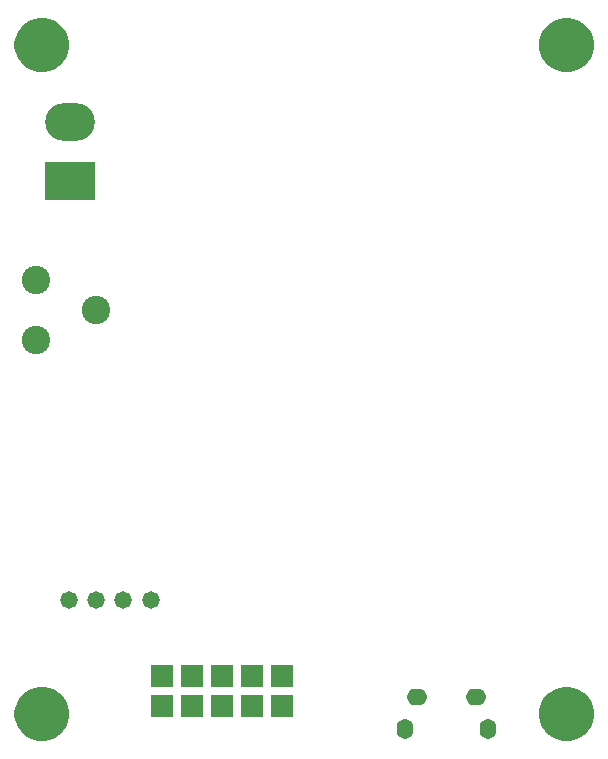
<source format=gbs>
G04 Layer_Color=16711935*
%FSLAX44Y44*%
%MOMM*%
G71*
G01*
G75*
%ADD74R,1.9032X1.9032*%
%ADD75C,2.4032*%
%ADD76R,4.2032X3.2032*%
%ADD77O,4.2032X3.2032*%
%ADD78C,3.2032*%
%ADD79O,1.4032X1.7032*%
%ADD80O,1.7032X1.4032*%
%ADD81C,1.4732*%
G36*
X479110Y616299D02*
X483296Y614565D01*
X487063Y612047D01*
X490267Y608843D01*
X492785Y605076D01*
X494519Y600890D01*
X495403Y596446D01*
Y594180D01*
Y591914D01*
X494519Y587470D01*
X492785Y583284D01*
X490267Y579517D01*
X487063Y576313D01*
X483296Y573795D01*
X479110Y572061D01*
X474665Y571177D01*
X470134D01*
X465690Y572061D01*
X461504Y573795D01*
X457737Y576313D01*
X454533Y579517D01*
X452015Y583284D01*
X450281Y587470D01*
X449397Y591914D01*
Y594180D01*
Y596446D01*
X450281Y600890D01*
X452015Y605076D01*
X454533Y608843D01*
X457737Y612047D01*
X461504Y614565D01*
X465690Y616299D01*
X470134Y617183D01*
X474665D01*
X479110Y616299D01*
D02*
G37*
G36*
X34710D02*
X38896Y614565D01*
X42663Y612047D01*
X45867Y608843D01*
X48385Y605076D01*
X50119Y600890D01*
X51003Y596446D01*
Y594180D01*
Y591914D01*
X50119Y587470D01*
X48385Y583284D01*
X45867Y579517D01*
X42663Y576313D01*
X38896Y573795D01*
X34710Y572061D01*
X30266Y571177D01*
X25734D01*
X21290Y572061D01*
X17104Y573795D01*
X13337Y576313D01*
X10133Y579517D01*
X7615Y583284D01*
X5881Y587470D01*
X4997Y591914D01*
Y594180D01*
Y596446D01*
X5881Y600890D01*
X7615Y605076D01*
X10133Y608843D01*
X13337Y612047D01*
X17104Y614565D01*
X21290Y616299D01*
X25734Y617183D01*
X30266D01*
X34710Y616299D01*
D02*
G37*
G36*
X479110Y50119D02*
X483296Y48385D01*
X487063Y45867D01*
X490267Y42663D01*
X492785Y38896D01*
X494519Y34710D01*
X495403Y30266D01*
Y28000D01*
Y25734D01*
X494519Y21290D01*
X492785Y17104D01*
X490267Y13337D01*
X487063Y10133D01*
X483296Y7615D01*
X479110Y5881D01*
X474665Y4997D01*
X470134D01*
X465690Y5881D01*
X461504Y7615D01*
X457737Y10133D01*
X454533Y13337D01*
X452015Y17104D01*
X450281Y21290D01*
X449397Y25734D01*
Y28000D01*
Y30266D01*
X450281Y34710D01*
X452015Y38896D01*
X454533Y42663D01*
X457737Y45867D01*
X461504Y48385D01*
X465690Y50119D01*
X470134Y51003D01*
X474665D01*
X479110Y50119D01*
D02*
G37*
G36*
X34710D02*
X38896Y48385D01*
X42663Y45867D01*
X45867Y42663D01*
X48385Y38896D01*
X50119Y34710D01*
X51003Y30266D01*
Y28000D01*
Y25734D01*
X50119Y21290D01*
X48385Y17104D01*
X45867Y13337D01*
X42663Y10133D01*
X38896Y7615D01*
X34710Y5881D01*
X30266Y4997D01*
X25734D01*
X21290Y5881D01*
X17104Y7615D01*
X13337Y10133D01*
X10133Y13337D01*
X7615Y17104D01*
X5881Y21290D01*
X4997Y25734D01*
Y28000D01*
Y30266D01*
X5881Y34710D01*
X7615Y38896D01*
X10133Y42663D01*
X13337Y45867D01*
X17104Y48385D01*
X21290Y50119D01*
X25734Y51003D01*
X30266D01*
X34710Y50119D01*
D02*
G37*
D74*
X154940Y59690D02*
D03*
Y34290D02*
D03*
X205740D02*
D03*
Y59690D02*
D03*
X180340Y34290D02*
D03*
Y59690D02*
D03*
X231140D02*
D03*
Y34290D02*
D03*
X129540D02*
D03*
Y59690D02*
D03*
D75*
X22860Y394970D02*
D03*
Y344170D02*
D03*
X73660Y369570D02*
D03*
D76*
X52070Y478790D02*
D03*
D77*
Y528790D02*
D03*
D78*
X28000Y594180D02*
D03*
X472400D02*
D03*
X28000Y28000D02*
D03*
X472400D02*
D03*
D79*
X335618Y15070D02*
D03*
X405722D02*
D03*
D80*
X345778Y41994D02*
D03*
X395562D02*
D03*
D81*
X120380Y124040D02*
D03*
X97210D02*
D03*
X74040D02*
D03*
X50870D02*
D03*
M02*

</source>
